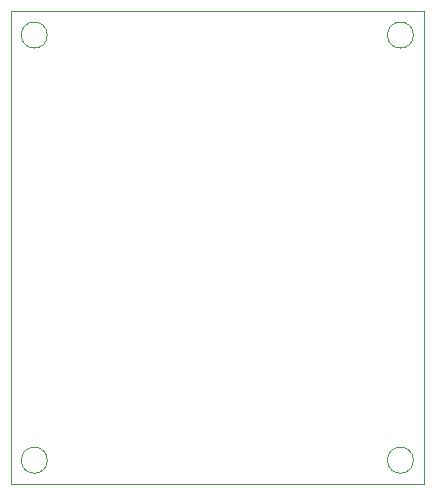
<source format=gbr>
G04 #@! TF.GenerationSoftware,KiCad,Pcbnew,7.0.2*
G04 #@! TF.CreationDate,2023-05-22T10:25:24+09:00*
G04 #@! TF.ProjectId,ATIK_LED_Board_rev01_220517,4154494b-5f4c-4454-945f-426f6172645f,rev?*
G04 #@! TF.SameCoordinates,Original*
G04 #@! TF.FileFunction,Profile,NP*
%FSLAX46Y46*%
G04 Gerber Fmt 4.6, Leading zero omitted, Abs format (unit mm)*
G04 Created by KiCad (PCBNEW 7.0.2) date 2023-05-22 10:25:24*
%MOMM*%
%LPD*%
G01*
G04 APERTURE LIST*
G04 #@! TA.AperFunction,Profile*
%ADD10C,0.050000*%
G04 #@! TD*
G04 APERTURE END LIST*
D10*
X100000000Y-140000000D02*
X100000000Y-100000000D01*
X103100000Y-102000000D02*
G75*
G03*
X103100000Y-102000000I-1100000J0D01*
G01*
X134100000Y-102000000D02*
G75*
G03*
X134100000Y-102000000I-1100000J0D01*
G01*
X134100000Y-138000000D02*
G75*
G03*
X134100000Y-138000000I-1100000J0D01*
G01*
X103100000Y-138000000D02*
G75*
G03*
X103100000Y-138000000I-1100000J0D01*
G01*
X135000000Y-100000000D02*
X135000000Y-140000000D01*
X135000000Y-140000000D02*
X100000000Y-140000000D01*
X100000000Y-100000000D02*
X135000000Y-100000000D01*
M02*

</source>
